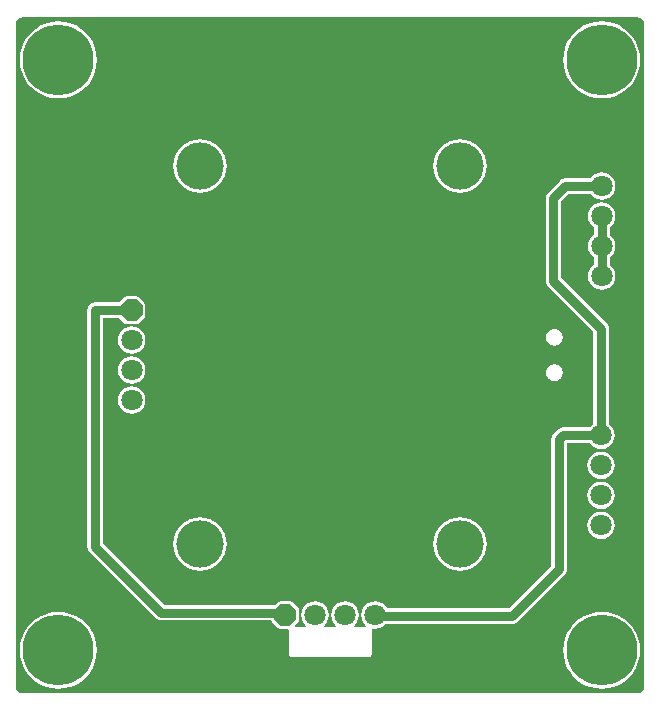
<source format=gbl>
G04 Layer_Physical_Order=2*
G04 Layer_Color=16711680*
%FSLAX44Y44*%
%MOMM*%
G71*
G01*
G75*
%ADD14C,0.8000*%
%ADD16C,6.0000*%
%ADD17C,1.8000*%
%ADD18P,1.9483X8X22.5*%
%ADD19P,1.9483X8X292.5*%
%ADD20C,4.0000*%
G36*
X537366Y585711D02*
X539371Y584371D01*
X540711Y582366D01*
X541149Y580167D01*
X541115Y580000D01*
Y20000D01*
X541149Y19833D01*
X540711Y17634D01*
X539371Y15629D01*
X537366Y14289D01*
X536199Y14057D01*
X535000Y13885D01*
Y13885D01*
X15000D01*
X14833Y13851D01*
X12634Y14289D01*
X10629Y15629D01*
X9289Y17634D01*
X9057Y18801D01*
X8885Y20000D01*
X8885D01*
Y580000D01*
X8851Y580167D01*
X9289Y582366D01*
X10629Y584371D01*
X12634Y585711D01*
X14833Y586149D01*
X15000Y586115D01*
X535000D01*
X535167Y586149D01*
X537366Y585711D01*
D02*
G37*
%LPC*%
G36*
X504500Y218390D02*
X501488Y217993D01*
X498680Y216830D01*
X496270Y214980D01*
X494420Y212570D01*
X493257Y209762D01*
X492860Y206750D01*
X493257Y203738D01*
X494420Y200930D01*
X496270Y198520D01*
X498680Y196670D01*
X501488Y195507D01*
X504500Y195110D01*
X507513Y195507D01*
X510320Y196670D01*
X512730Y198520D01*
X514580Y200930D01*
X515743Y203738D01*
X516140Y206750D01*
X515743Y209762D01*
X514580Y212570D01*
X512730Y214980D01*
X510320Y216830D01*
X507513Y217993D01*
X504500Y218390D01*
D02*
G37*
G36*
Y192990D02*
X501488Y192593D01*
X498680Y191430D01*
X496270Y189580D01*
X494420Y187170D01*
X493257Y184363D01*
X492860Y181350D01*
X493257Y178337D01*
X494420Y175530D01*
X496270Y173120D01*
X498680Y171270D01*
X501488Y170107D01*
X504500Y169711D01*
X507513Y170107D01*
X510320Y171270D01*
X512730Y173120D01*
X514580Y175530D01*
X515743Y178337D01*
X516140Y181350D01*
X515743Y184363D01*
X514580Y187170D01*
X512730Y189580D01*
X510320Y191430D01*
X507513Y192593D01*
X504500Y192990D01*
D02*
G37*
G36*
X107000Y298940D02*
X103988Y298543D01*
X101180Y297380D01*
X98770Y295530D01*
X96920Y293120D01*
X95757Y290313D01*
X95360Y287300D01*
X95757Y284287D01*
X96920Y281480D01*
X98770Y279070D01*
X101180Y277220D01*
X103988Y276057D01*
X107000Y275660D01*
X110013Y276057D01*
X112820Y277220D01*
X115230Y279070D01*
X117080Y281480D01*
X118243Y284287D01*
X118640Y287300D01*
X118243Y290313D01*
X117080Y293120D01*
X115230Y295530D01*
X112820Y297380D01*
X110013Y298543D01*
X107000Y298940D01*
D02*
G37*
G36*
Y273540D02*
X103988Y273143D01*
X101180Y271980D01*
X98770Y270130D01*
X96920Y267720D01*
X95757Y264913D01*
X95360Y261900D01*
X95757Y258888D01*
X96920Y256080D01*
X98770Y253670D01*
X101180Y251820D01*
X103988Y250657D01*
X107000Y250261D01*
X110013Y250657D01*
X112820Y251820D01*
X115230Y253670D01*
X117080Y256080D01*
X118243Y258888D01*
X118640Y261900D01*
X118243Y264913D01*
X117080Y267720D01*
X115230Y270130D01*
X112820Y271980D01*
X110013Y273143D01*
X107000Y273540D01*
D02*
G37*
G36*
X504500Y167590D02*
X501488Y167193D01*
X498680Y166030D01*
X496270Y164180D01*
X494420Y161770D01*
X493257Y158962D01*
X492860Y155950D01*
X493257Y152937D01*
X494420Y150130D01*
X496270Y147720D01*
X498680Y145870D01*
X501488Y144707D01*
X504500Y144311D01*
X507513Y144707D01*
X510320Y145870D01*
X512730Y147720D01*
X514580Y150130D01*
X515743Y152937D01*
X516140Y155950D01*
X515743Y158962D01*
X514580Y161770D01*
X512730Y164180D01*
X510320Y166030D01*
X507513Y167193D01*
X504500Y167590D01*
D02*
G37*
G36*
X505000Y82641D02*
X499894Y82239D01*
X494913Y81043D01*
X490182Y79083D01*
X485814Y76407D01*
X481920Y73080D01*
X478593Y69186D01*
X475917Y64819D01*
X473957Y60086D01*
X472761Y55106D01*
X472359Y50000D01*
X472761Y44894D01*
X473957Y39913D01*
X475917Y35182D01*
X478593Y30814D01*
X481920Y26920D01*
X485814Y23593D01*
X490182Y20917D01*
X494913Y18957D01*
X499894Y17761D01*
X505000Y17359D01*
X510106Y17761D01*
X515087Y18957D01*
X519818Y20917D01*
X524186Y23593D01*
X528080Y26920D01*
X531407Y30814D01*
X534083Y35182D01*
X536043Y39913D01*
X537239Y44894D01*
X537641Y50000D01*
X537239Y55106D01*
X536043Y60086D01*
X534083Y64819D01*
X531407Y69186D01*
X528080Y73080D01*
X524186Y76407D01*
X519818Y79083D01*
X515087Y81043D01*
X510106Y82239D01*
X505000Y82641D01*
D02*
G37*
G36*
X45000D02*
X39894Y82239D01*
X34913Y81043D01*
X30182Y79083D01*
X25814Y76407D01*
X21920Y73080D01*
X18593Y69186D01*
X15917Y64819D01*
X13957Y60086D01*
X12761Y55106D01*
X12359Y50000D01*
X12761Y44894D01*
X13957Y39913D01*
X15917Y35182D01*
X18593Y30814D01*
X21920Y26920D01*
X25814Y23593D01*
X30182Y20917D01*
X34913Y18957D01*
X39894Y17761D01*
X45000Y17359D01*
X50106Y17761D01*
X55086Y18957D01*
X59819Y20917D01*
X64186Y23593D01*
X68080Y26920D01*
X71407Y30814D01*
X74083Y35182D01*
X76043Y39913D01*
X77239Y44894D01*
X77641Y50000D01*
X77239Y55106D01*
X76043Y60086D01*
X74083Y64819D01*
X71407Y69186D01*
X68080Y73080D01*
X64186Y76407D01*
X59819Y79083D01*
X55086Y81043D01*
X50106Y82239D01*
X45000Y82641D01*
D02*
G37*
G36*
X385000Y162649D02*
X380581Y162214D01*
X376333Y160925D01*
X372417Y158832D01*
X368985Y156015D01*
X366168Y152583D01*
X364075Y148667D01*
X362786Y144419D01*
X362351Y140000D01*
X362786Y135581D01*
X364075Y131333D01*
X366168Y127417D01*
X368985Y123985D01*
X372417Y121168D01*
X376333Y119075D01*
X380581Y117786D01*
X385000Y117351D01*
X389419Y117786D01*
X393667Y119075D01*
X397583Y121168D01*
X401015Y123985D01*
X403832Y127417D01*
X405925Y131333D01*
X407214Y135581D01*
X407649Y140000D01*
X407214Y144419D01*
X405925Y148667D01*
X403832Y152583D01*
X401015Y156015D01*
X397583Y158832D01*
X393667Y160925D01*
X389419Y162214D01*
X385000Y162649D01*
D02*
G37*
G36*
X165000D02*
X160581Y162214D01*
X156333Y160925D01*
X152417Y158832D01*
X148985Y156015D01*
X146168Y152583D01*
X144075Y148667D01*
X142786Y144419D01*
X142351Y140000D01*
X142786Y135581D01*
X144075Y131333D01*
X146168Y127417D01*
X148985Y123985D01*
X152417Y121168D01*
X156333Y119075D01*
X160581Y117786D01*
X165000Y117351D01*
X169419Y117786D01*
X173667Y119075D01*
X177583Y121168D01*
X181015Y123985D01*
X183832Y127417D01*
X185925Y131333D01*
X187214Y135581D01*
X187649Y140000D01*
X187214Y144419D01*
X185925Y148667D01*
X183832Y152583D01*
X181015Y156015D01*
X177583Y158832D01*
X173667Y160925D01*
X169419Y162214D01*
X165000Y162649D01*
D02*
G37*
G36*
X385000Y482649D02*
X380581Y482214D01*
X376333Y480925D01*
X372417Y478832D01*
X368985Y476015D01*
X366168Y472583D01*
X364075Y468667D01*
X362786Y464419D01*
X362351Y460000D01*
X362786Y455581D01*
X364075Y451333D01*
X366168Y447417D01*
X368985Y443985D01*
X372417Y441168D01*
X376333Y439075D01*
X380581Y437786D01*
X385000Y437351D01*
X389419Y437786D01*
X393667Y439075D01*
X397583Y441168D01*
X401015Y443985D01*
X403832Y447417D01*
X405925Y451333D01*
X407214Y455581D01*
X407649Y460000D01*
X407214Y464419D01*
X405925Y468667D01*
X403832Y472583D01*
X401015Y476015D01*
X397583Y478832D01*
X393667Y480925D01*
X389419Y482214D01*
X385000Y482649D01*
D02*
G37*
G36*
X165000D02*
X160581Y482214D01*
X156333Y480925D01*
X152417Y478832D01*
X148985Y476015D01*
X146168Y472583D01*
X144075Y468667D01*
X142786Y464419D01*
X142351Y460000D01*
X142786Y455581D01*
X144075Y451333D01*
X146168Y447417D01*
X148985Y443985D01*
X152417Y441168D01*
X156333Y439075D01*
X160581Y437786D01*
X165000Y437351D01*
X169419Y437786D01*
X173667Y439075D01*
X177583Y441168D01*
X181015Y443985D01*
X183832Y447417D01*
X185925Y451333D01*
X187214Y455581D01*
X187649Y460000D01*
X187214Y464419D01*
X185925Y468667D01*
X183832Y472583D01*
X181015Y476015D01*
X177583Y478832D01*
X173667Y480925D01*
X169419Y482214D01*
X165000Y482649D01*
D02*
G37*
G36*
X505000Y582641D02*
X499894Y582239D01*
X494913Y581043D01*
X490182Y579083D01*
X485814Y576407D01*
X481920Y573080D01*
X478593Y569186D01*
X475917Y564818D01*
X473957Y560087D01*
X472761Y555106D01*
X472359Y550000D01*
X472761Y544894D01*
X473957Y539913D01*
X475917Y535182D01*
X478593Y530814D01*
X481920Y526920D01*
X485814Y523593D01*
X490182Y520917D01*
X494913Y518957D01*
X499894Y517761D01*
X505000Y517359D01*
X510106Y517761D01*
X515087Y518957D01*
X519818Y520917D01*
X524186Y523593D01*
X528080Y526920D01*
X531407Y530814D01*
X534083Y535182D01*
X536043Y539913D01*
X537239Y544894D01*
X537641Y550000D01*
X537239Y555106D01*
X536043Y560087D01*
X534083Y564818D01*
X531407Y569186D01*
X528080Y573080D01*
X524186Y576407D01*
X519818Y579083D01*
X515087Y581043D01*
X510106Y582239D01*
X505000Y582641D01*
D02*
G37*
G36*
X45000D02*
X39894Y582239D01*
X34913Y581043D01*
X30182Y579083D01*
X25814Y576407D01*
X21920Y573080D01*
X18593Y569186D01*
X15917Y564818D01*
X13957Y560087D01*
X12761Y555106D01*
X12359Y550000D01*
X12761Y544894D01*
X13957Y539913D01*
X15917Y535182D01*
X18593Y530814D01*
X21920Y526920D01*
X25814Y523593D01*
X30182Y520917D01*
X34913Y518957D01*
X39894Y517761D01*
X45000Y517359D01*
X50106Y517761D01*
X55086Y518957D01*
X59819Y520917D01*
X64186Y523593D01*
X68080Y526920D01*
X71407Y530814D01*
X74083Y535182D01*
X76043Y539913D01*
X77239Y544894D01*
X77641Y550000D01*
X77239Y555106D01*
X76043Y560087D01*
X74083Y564818D01*
X71407Y569186D01*
X68080Y573080D01*
X64186Y576407D01*
X59819Y579083D01*
X55086Y581043D01*
X50106Y582239D01*
X45000Y582641D01*
D02*
G37*
G36*
X505000Y454740D02*
X501987Y454343D01*
X499180Y453180D01*
X496770Y451330D01*
X495516Y449696D01*
X474100D01*
X472393Y449472D01*
X470802Y448813D01*
X469436Y447764D01*
X459336Y437664D01*
X458287Y436298D01*
X457628Y434707D01*
X457404Y433000D01*
Y363000D01*
X457628Y361293D01*
X458287Y359702D01*
X459336Y358336D01*
X497904Y319768D01*
Y241634D01*
X496270Y240380D01*
X495016Y238746D01*
X472150D01*
X470443Y238522D01*
X468852Y237863D01*
X467486Y236814D01*
X464336Y233664D01*
X463287Y232298D01*
X462628Y230707D01*
X462404Y229000D01*
Y121732D01*
X426268Y85596D01*
X323273D01*
X323180Y85820D01*
X321330Y88230D01*
X318920Y90080D01*
X316113Y91243D01*
X313100Y91640D01*
X310088Y91243D01*
X307280Y90080D01*
X304870Y88230D01*
X303020Y85820D01*
X301857Y83013D01*
X301460Y80000D01*
X301857Y76988D01*
X303020Y74180D01*
X304870Y71770D01*
X305795Y71060D01*
X305364Y69790D01*
X295436D01*
X295005Y71060D01*
X295930Y71770D01*
X297780Y74180D01*
X298943Y76988D01*
X299340Y80000D01*
X298943Y83013D01*
X297780Y85820D01*
X295930Y88230D01*
X293520Y90080D01*
X290713Y91243D01*
X287700Y91640D01*
X284688Y91243D01*
X281880Y90080D01*
X279470Y88230D01*
X277620Y85820D01*
X276457Y83013D01*
X276061Y80000D01*
X276457Y76988D01*
X277620Y74180D01*
X279470Y71770D01*
X280395Y71060D01*
X279963Y69790D01*
X270037D01*
X269605Y71060D01*
X270530Y71770D01*
X272380Y74180D01*
X273543Y76988D01*
X273940Y80000D01*
X273543Y83013D01*
X272380Y85820D01*
X270530Y88230D01*
X268120Y90080D01*
X265313Y91243D01*
X262300Y91640D01*
X259287Y91243D01*
X256480Y90080D01*
X254070Y88230D01*
X252220Y85820D01*
X251057Y83013D01*
X250660Y80000D01*
X251057Y76988D01*
X252220Y74180D01*
X254070Y71770D01*
X254995Y71060D01*
X254564Y69790D01*
X245512D01*
X245026Y70963D01*
X247731Y73669D01*
X248293Y74509D01*
X248490Y75500D01*
Y84500D01*
X248293Y85491D01*
X247731Y86331D01*
X243231Y90831D01*
X242391Y91393D01*
X241400Y91590D01*
X232400D01*
X231409Y91393D01*
X230569Y90831D01*
X228334Y88596D01*
X134732D01*
X82697Y140632D01*
Y331504D01*
X96434D01*
X100669Y327269D01*
X101509Y326707D01*
X102500Y326510D01*
X111500D01*
X112491Y326707D01*
X113331Y327269D01*
X117831Y331769D01*
X118393Y332609D01*
X118590Y333600D01*
Y342600D01*
X118393Y343591D01*
X117831Y344431D01*
X113331Y348931D01*
X112491Y349493D01*
X111500Y349690D01*
X102500D01*
X101509Y349493D01*
X100669Y348931D01*
X96434Y344696D01*
X76100D01*
X74393Y344472D01*
X72802Y343813D01*
X71436Y342764D01*
X70387Y341398D01*
X69728Y339807D01*
X69504Y338100D01*
Y137900D01*
X69728Y136193D01*
X70387Y134602D01*
X71436Y133236D01*
X127336Y77336D01*
X128702Y76287D01*
X130293Y75628D01*
X132000Y75404D01*
X225329D01*
X225507Y74509D01*
X226069Y73669D01*
X230569Y69169D01*
X231409Y68607D01*
X232400Y68410D01*
X238856D01*
X239910Y67200D01*
Y47200D01*
X240107Y46209D01*
X240669Y45369D01*
X241509Y44807D01*
X242500Y44610D01*
X307500D01*
X308491Y44807D01*
X309331Y45369D01*
X309893Y46209D01*
X310090Y47200D01*
Y67200D01*
X310033Y67483D01*
X311006Y68636D01*
X313100Y68361D01*
X316113Y68757D01*
X318920Y69920D01*
X321330Y71770D01*
X321817Y72404D01*
X429000D01*
X430707Y72628D01*
X432298Y73287D01*
X433664Y74336D01*
X473664Y114336D01*
X474713Y115702D01*
X475372Y117293D01*
X475596Y119000D01*
Y225554D01*
X495016D01*
X496270Y223920D01*
X498680Y222070D01*
X501488Y220907D01*
X504500Y220511D01*
X507513Y220907D01*
X510320Y222070D01*
X512730Y223920D01*
X514580Y226330D01*
X515743Y229137D01*
X516140Y232150D01*
X515743Y235163D01*
X514580Y237970D01*
X512730Y240380D01*
X511096Y241634D01*
Y322500D01*
X510872Y324207D01*
X510213Y325798D01*
X509164Y327164D01*
X470596Y365732D01*
Y430268D01*
X476832Y436504D01*
X495516D01*
X496770Y434870D01*
X499180Y433020D01*
X501987Y431857D01*
X505000Y431460D01*
X508013Y431857D01*
X510820Y433020D01*
X513230Y434870D01*
X515080Y437280D01*
X516243Y440088D01*
X516640Y443100D01*
X516243Y446113D01*
X515080Y448920D01*
X513230Y451330D01*
X510820Y453180D01*
X508013Y454343D01*
X505000Y454740D01*
D02*
G37*
G36*
X107000Y324340D02*
X103988Y323943D01*
X101180Y322780D01*
X98770Y320930D01*
X96920Y318520D01*
X95757Y315713D01*
X95360Y312700D01*
X95757Y309688D01*
X96920Y306880D01*
X98770Y304470D01*
X101180Y302620D01*
X103988Y301457D01*
X107000Y301061D01*
X110013Y301457D01*
X112820Y302620D01*
X115230Y304470D01*
X117080Y306880D01*
X118243Y309688D01*
X118640Y312700D01*
X118243Y315713D01*
X117080Y318520D01*
X115230Y320930D01*
X112820Y322780D01*
X110013Y323943D01*
X107000Y324340D01*
D02*
G37*
G36*
X465505Y292368D02*
X464495D01*
X462739Y292019D01*
X461805Y291632D01*
X460317Y290638D01*
X460317Y290638D01*
X459602Y289923D01*
X459602Y289923D01*
X458608Y288435D01*
X458221Y287501D01*
X457872Y285745D01*
Y285490D01*
X457822Y285240D01*
X457872Y284990D01*
Y284735D01*
X458221Y282979D01*
X458608Y282045D01*
X459602Y280557D01*
X459602Y280557D01*
X460317Y279842D01*
X460317Y279842D01*
X461805Y278848D01*
X462739Y278461D01*
X464495Y278112D01*
X465505D01*
X467261Y278461D01*
X468195Y278848D01*
X469683Y279842D01*
X469683Y279842D01*
X470398Y280557D01*
X470398Y280557D01*
X471392Y282045D01*
X471779Y282979D01*
X472128Y284735D01*
Y284990D01*
X472178Y285240D01*
X472128Y285490D01*
Y285745D01*
X471779Y287501D01*
X471392Y288435D01*
X470398Y289923D01*
X470398Y289923D01*
X469683Y290638D01*
X469683Y290638D01*
X468195Y291632D01*
X467261Y292019D01*
X465505Y292368D01*
D02*
G37*
G36*
X505000Y429340D02*
X501987Y428943D01*
X499180Y427780D01*
X496770Y425930D01*
X494920Y423520D01*
X493757Y420713D01*
X493360Y417700D01*
X493757Y414688D01*
X494920Y411880D01*
X496770Y409470D01*
X498404Y408216D01*
Y401784D01*
X496770Y400530D01*
X494920Y398120D01*
X493757Y395312D01*
X493360Y392300D01*
X493757Y389287D01*
X494920Y386480D01*
X496770Y384070D01*
X498404Y382816D01*
Y376384D01*
X496770Y375130D01*
X494920Y372720D01*
X493757Y369912D01*
X493360Y366900D01*
X493757Y363887D01*
X494920Y361080D01*
X496770Y358670D01*
X499180Y356820D01*
X501987Y355657D01*
X505000Y355261D01*
X508013Y355657D01*
X510820Y356820D01*
X513230Y358670D01*
X515080Y361080D01*
X516243Y363887D01*
X516640Y366900D01*
X516243Y369912D01*
X515080Y372720D01*
X513230Y375130D01*
X511596Y376384D01*
Y382816D01*
X513230Y384070D01*
X515080Y386480D01*
X516243Y389287D01*
X516640Y392300D01*
X516243Y395312D01*
X515080Y398120D01*
X513230Y400530D01*
X511596Y401784D01*
Y408216D01*
X513230Y409470D01*
X515080Y411880D01*
X516243Y414688D01*
X516640Y417700D01*
X516243Y420713D01*
X515080Y423520D01*
X513230Y425930D01*
X510820Y427780D01*
X508013Y428943D01*
X505000Y429340D01*
D02*
G37*
G36*
X465505Y322368D02*
X464495D01*
X462739Y322019D01*
X461805Y321632D01*
X460317Y320638D01*
X460317Y320638D01*
X459602Y319923D01*
X459602Y319923D01*
X458608Y318435D01*
X458221Y317501D01*
X457872Y315745D01*
Y315490D01*
X457822Y315240D01*
X457872Y314990D01*
Y314735D01*
X458221Y312979D01*
X458608Y312045D01*
X459602Y310557D01*
X459602Y310557D01*
X460317Y309842D01*
X460317Y309842D01*
X461805Y308848D01*
X462739Y308461D01*
X464495Y308112D01*
X465505D01*
X467261Y308461D01*
X468195Y308848D01*
X469683Y309842D01*
X469683Y309842D01*
X470398Y310557D01*
X470398Y310557D01*
X471392Y312045D01*
X471779Y312979D01*
X472128Y314735D01*
Y314990D01*
X472178Y315240D01*
X472128Y315490D01*
Y315745D01*
X471779Y317501D01*
X471392Y318435D01*
X470398Y319923D01*
X470398Y319923D01*
X469683Y320638D01*
X469683Y320638D01*
X468195Y321632D01*
X467261Y322019D01*
X465505Y322368D01*
D02*
G37*
%LPD*%
D14*
X234900Y82000D02*
X236900Y80000D01*
X132000Y82000D02*
X234900D01*
X76100Y137900D02*
X132000Y82000D01*
X474100Y443100D02*
X505000D01*
X464000Y433000D02*
X474100Y443100D01*
X464000Y363000D02*
Y433000D01*
Y363000D02*
X504500Y322500D01*
Y232150D02*
Y322500D01*
X472150Y232150D02*
X504500D01*
X469000Y229000D02*
X472150Y232150D01*
X469000Y119000D02*
Y229000D01*
X429000Y79000D02*
X469000Y119000D01*
X76100Y137900D02*
Y338100D01*
X107000D01*
X313100Y79000D02*
X429000D01*
X505000Y366900D02*
Y392300D01*
Y417700D01*
D16*
Y50000D02*
D03*
X45000D02*
D03*
Y550000D02*
D03*
X505000D02*
D03*
D17*
X313100Y80000D02*
D03*
X287700D02*
D03*
X262300D02*
D03*
X107000Y312700D02*
D03*
Y287300D02*
D03*
Y261900D02*
D03*
X504500Y232150D02*
D03*
Y155950D02*
D03*
Y181350D02*
D03*
Y206750D02*
D03*
X505000Y443100D02*
D03*
Y366900D02*
D03*
Y392300D02*
D03*
Y417700D02*
D03*
D18*
X236900Y80000D02*
D03*
D19*
X107000Y338100D02*
D03*
D20*
X385000Y460000D02*
D03*
Y140000D02*
D03*
X165000D02*
D03*
Y460000D02*
D03*
M02*

</source>
